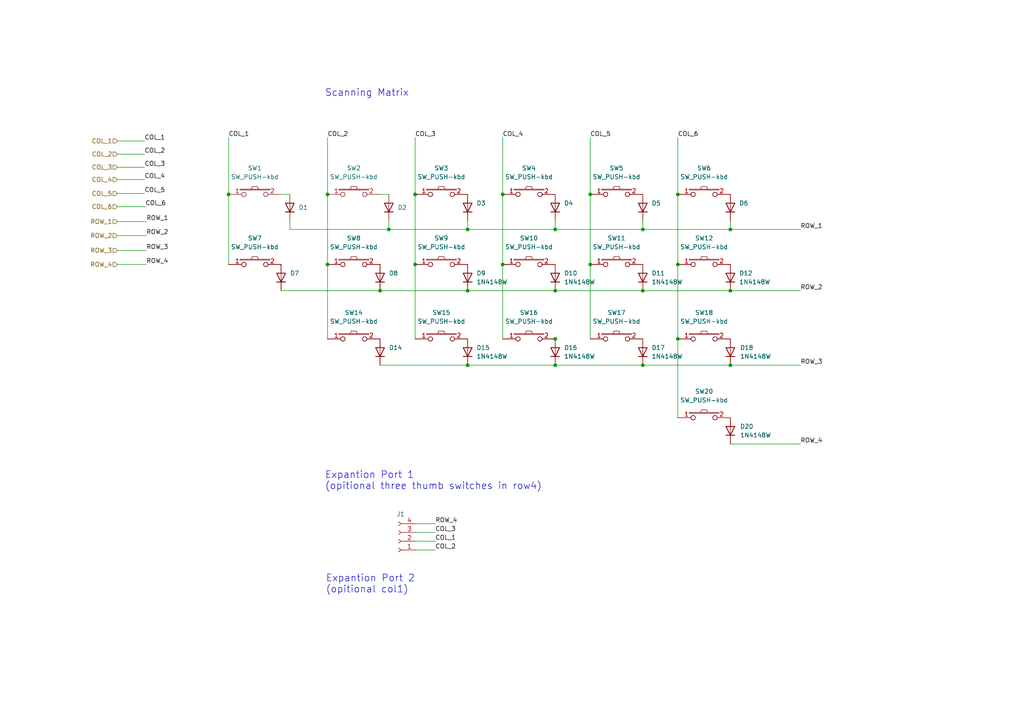
<source format=kicad_sch>
(kicad_sch (version 20211123) (generator eeschema)
  (paper "A4")
  (lib_symbols
    (symbol "Connector:Conn_01x04_Female" (pin_names (offset 1.016) hide)
      (property "Reference" "J" (at 0 5.08 0))
      (property "Value" "Conn_01x04_Female" (at 0 -7.62 0))
      (symbol "Conn_01x04_Female_1_1"
        (arc (start 0 -4.572) (mid -0.508 -5.08) (end 0 -5.588) (stroke (width 0.1524)))
        (arc (start 0 -2.032) (mid -0.508 -2.54) (end 0 -3.048) (stroke (width 0.1524)))
        (polyline (pts (xy -1.27 -5.08) (xy -0.508 -5.08)) (stroke (width 0.1524)))
        (polyline (pts (xy -1.27 -2.54) (xy -0.508 -2.54)) (stroke (width 0.1524)))
        (polyline (pts (xy -1.27 0) (xy -0.508 0)) (stroke (width 0.1524)))
        (polyline (pts (xy -1.27 2.54) (xy -0.508 2.54)) (stroke (width 0.1524)))
        (arc (start 0 0.508) (mid -0.508 0) (end 0 -0.508) (stroke (width 0.1524)))
        (arc (start 0 3.048) (mid -0.508 2.54) (end 0 2.032) (stroke (width 0.1524)))
        (pin passive line (at -5.08 2.54 0) (length 3.81) (name "Pin_1") (number "1"))
        (pin passive line (at -5.08 0 0) (length 3.81) (name "Pin_2") (number "2"))
        (pin passive line (at -5.08 -2.54 0) (length 3.81) (name "Pin_3") (number "3"))
        (pin passive line (at -5.08 -5.08 0) (length 3.81) (name "Pin_4") (number "4"))
      )
    )
    (symbol "mysymbol:1N4148W" (pin_numbers hide) (pin_names (offset 1.016) hide)
      (property "Reference" "D?" (at 2.54 1.2701 90))
      (symbol "1N4148W_0_1"
        (polyline (pts (xy -1.27 1.27) (xy -1.27 -1.27)) (stroke (width 0.254)))
        (polyline (pts (xy 1.27 0) (xy -1.27 0)))
        (polyline (pts (xy 1.27 1.27) (xy 1.27 -1.27) (xy -1.27 0) (xy 1.27 1.27)) (stroke (width 0.254)))
      )
      (symbol "1N4148W_1_1"
        (pin passive line (at -3.81 0 0) (length 2.54) (name "K") (number "1"))
        (pin passive line (at 3.81 0 180) (length 2.54) (name "A") (number "2"))
      )
    )
    (symbol "mysymbol:SW_PUSH-kbd" (pin_names (offset 1.016) hide)
      (property "Reference" "SW1" (at 3.81 2.794 0))
      (symbol "SW_PUSH-kbd_0_1"
        (rectangle (start -4.318 1.27) (end 4.318 1.524))
        (polyline (pts (xy -1.016 1.524) (xy -0.762 2.286) (xy 0.762 2.286) (xy 1.016 1.524)))
        (pin passive inverted (at -7.62 0 0) (length 5.08) (name "1") (number "1"))
        (pin passive inverted (at 7.62 0 180) (length 5.08) (name "2") (number "2"))
      )
    )
  )
  (junction (at 135.636 66.548))
  (junction (at 94.996 56.388))
  (junction (at 196.596 76.708))
  (junction (at 112.776 66.548))
  (junction (at 145.796 56.388))
  (junction (at 211.836 105.918))
  (junction (at 161.036 98.298))
  (junction (at 171.196 56.388))
  (junction (at 120.396 56.388))
  (junction (at 120.396 76.708))
  (junction (at 135.636 84.328))
  (junction (at 135.636 105.918))
  (junction (at 171.196 76.708))
  (junction (at 196.596 98.298))
  (junction (at 94.996 76.708))
  (junction (at 211.836 66.548))
  (junction (at 211.836 84.328))
  (junction (at 161.036 84.328))
  (junction (at 66.294 56.388))
  (junction (at 161.036 105.918))
  (junction (at 145.796 76.708))
  (junction (at 186.436 105.918))
  (junction (at 186.436 66.548))
  (junction (at 110.236 84.328))
  (junction (at 186.436 84.328))
  (junction (at 161.036 66.548))
  (junction (at 196.596 56.388))
  (wire (pts (xy 120.396 76.708) (xy 120.396 98.298)))
  (wire (pts (xy 145.796 76.708) (xy 145.796 98.298)))
  (wire (pts (xy 161.036 105.918) (xy 186.436 105.918)))
  (wire (pts (xy 81.534 84.328) (xy 110.236 84.328)))
  (wire (pts (xy 135.636 84.328) (xy 161.036 84.328)))
  (wire (pts (xy 186.436 66.548) (xy 211.836 66.548)))
  (wire (pts (xy 94.996 56.388) (xy 94.996 76.708)))
  (wire (pts (xy 110.236 84.328) (xy 135.636 84.328)))
  (wire (pts (xy 211.836 64.008) (xy 211.836 66.548)))
  (wire (pts (xy 211.836 66.548) (xy 232.156 66.548)))
  (wire (pts (xy 161.036 64.008) (xy 161.036 66.548)))
  (wire (pts (xy 161.036 84.328) (xy 186.436 84.328)))
  (wire (pts (xy 34.036 44.704) (xy 41.91 44.704)))
  (wire (pts (xy 34.036 68.326) (xy 42.418 68.326)))
  (wire (pts (xy 120.65 159.512) (xy 126.238 159.512)))
  (wire (pts (xy 34.036 64.262) (xy 42.418 64.262)))
  (wire (pts (xy 211.836 128.778) (xy 232.156 128.778)))
  (wire (pts (xy 211.836 105.918) (xy 232.156 105.918)))
  (wire (pts (xy 211.836 84.328) (xy 232.156 84.328)))
  (wire (pts (xy 94.996 39.878) (xy 94.996 56.388)))
  (wire (pts (xy 34.036 48.514) (xy 41.91 48.514)))
  (wire (pts (xy 120.396 56.388) (xy 120.396 76.708)))
  (wire (pts (xy 186.436 105.918) (xy 211.836 105.918)))
  (wire (pts (xy 161.036 66.548) (xy 186.436 66.548)))
  (wire (pts (xy 196.596 39.878) (xy 196.596 56.388)))
  (wire (pts (xy 110.236 56.388) (xy 112.776 56.388)))
  (wire (pts (xy 145.796 56.388) (xy 145.796 76.708)))
  (wire (pts (xy 196.596 56.388) (xy 196.596 76.708)))
  (wire (pts (xy 196.596 76.708) (xy 196.596 98.298)))
  (wire (pts (xy 135.636 105.918) (xy 161.036 105.918)))
  (wire (pts (xy 171.196 76.708) (xy 171.196 98.298)))
  (wire (pts (xy 110.236 105.918) (xy 135.636 105.918)))
  (wire (pts (xy 66.294 39.878) (xy 66.294 56.388)))
  (wire (pts (xy 84.074 64.008) (xy 84.074 66.548)))
  (wire (pts (xy 34.036 40.894) (xy 41.91 40.894)))
  (wire (pts (xy 120.65 151.892) (xy 126.238 151.892)))
  (wire (pts (xy 34.036 76.708) (xy 42.418 76.708)))
  (wire (pts (xy 81.534 56.388) (xy 84.074 56.388)))
  (wire (pts (xy 84.074 66.548) (xy 112.776 66.548)))
  (wire (pts (xy 34.036 56.134) (xy 41.91 56.134)))
  (wire (pts (xy 186.436 64.008) (xy 186.436 66.548)))
  (wire (pts (xy 159.766 98.298) (xy 161.036 98.298)))
  (wire (pts (xy 34.036 59.944) (xy 42.164 59.944)))
  (wire (pts (xy 34.036 52.07) (xy 41.91 52.07)))
  (wire (pts (xy 120.65 156.972) (xy 126.238 156.972)))
  (wire (pts (xy 94.996 76.708) (xy 94.996 98.298)))
  (wire (pts (xy 186.436 84.328) (xy 211.836 84.328)))
  (wire (pts (xy 112.776 64.008) (xy 112.776 66.548)))
  (wire (pts (xy 196.596 98.298) (xy 196.596 121.158)))
  (wire (pts (xy 145.796 39.878) (xy 145.796 56.388)))
  (wire (pts (xy 66.294 56.388) (xy 66.294 76.708)))
  (wire (pts (xy 112.776 66.548) (xy 135.636 66.548)))
  (wire (pts (xy 171.196 56.388) (xy 171.196 76.708)))
  (wire (pts (xy 34.036 72.644) (xy 42.418 72.644)))
  (wire (pts (xy 135.636 66.548) (xy 161.036 66.548)))
  (wire (pts (xy 120.65 154.432) (xy 126.238 154.432)))
  (wire (pts (xy 120.396 39.878) (xy 120.396 56.388)))
  (wire (pts (xy 171.196 39.878) (xy 171.196 56.388)))
  (wire (pts (xy 135.636 64.008) (xy 135.636 66.548)))
  (text "Scanning Matrix" (at 94.234 28.194 0) (effects (font (size 2 2)) (justify left bottom)))
  (text "Expantion Port 2\n(opitional col1)" (at 94.488 172.212 0) (effects (font (size 2 2)) (justify left bottom)))
  (text "Expantion Port 1\n(opitional three thumb switches in row4)" (at 94.234 142.24 0) (effects (font (size 2 2)) (justify left bottom)))
  (label "COL_2" (at 94.996 39.878 0))
  (label "COL_1" (at 126.238 156.972 0))
  (label "ROW_3" (at 42.418 72.644 0))
  (label "COL_2" (at 41.91 44.704 0))
  (label "COL_6" (at 196.596 39.878 0))
  (label "ROW_3" (at 232.156 105.918 0))
  (label "ROW_1" (at 42.418 64.262 0))
  (label "COL_5" (at 171.196 39.878 0))
  (label "ROW_4" (at 42.418 76.708 0))
  (label "COL_4" (at 145.796 39.878 0))
  (label "COL_3" (at 120.396 39.878 0))
  (label "ROW_2" (at 232.156 84.328 0))
  (label "COL_1" (at 41.91 40.894 0))
  (label "COL_4" (at 41.91 52.07 0))
  (label "COL_2" (at 126.238 159.512 0))
  (label "COL_6" (at 42.164 59.944 0))
  (label "ROW_4" (at 126.238 151.892 0))
  (label "COL_3" (at 126.238 154.432 0))
  (label "ROW_1" (at 232.156 66.548 0))
  (label "COL_3" (at 41.91 48.514 0))
  (label "ROW_4" (at 232.156 128.778 0))
  (label "COL_1" (at 66.294 39.878 0))
  (label "ROW_2" (at 42.418 68.326 0))
  (label "COL_5" (at 41.91 56.134 0))
  (hierarchical_label "COL_2" (shape input) (at 34.036 44.704 180))
  (hierarchical_label "ROW_3" (shape input) (at 34.036 72.644 180))
  (hierarchical_label "COL_5" (shape input) (at 34.036 56.134 180))
  (hierarchical_label "ROW_2" (shape input) (at 34.036 68.326 180))
  (hierarchical_label "COL_4" (shape input) (at 34.036 52.07 180))
  (hierarchical_label "COL_6" (shape input) (at 34.036 59.944 180))
  (hierarchical_label "COL_1" (shape input) (at 34.036 40.894 180))
  (hierarchical_label "ROW_4" (shape input) (at 34.036 76.708 180))
  (hierarchical_label "ROW_1" (shape input) (at 34.036 64.262 180))
  (hierarchical_label "COL_3" (shape input) (at 34.036 48.514 180))
  (symbol (lib_id "mysymbol:SW_PUSH-kbd") (at 204.216 76.708 0) (unit 1)
    (property "Reference" "SW12" (at 204.216 69.088 0))
    (property "Value" "SW_PUSH-kbd" (at 204.216 71.628 0))
    (property "Footprint" "mylib:Kailh_Choc_Hotplug" (effects hide))
  )
  (symbol (lib_id "mysymbol:1N4148W") (at 161.036 80.518 90) (unit 1)
    (property "Reference" "D10" (at 163.576 79.2479 90) (effects (justify right)))
    (property "Value" "1N4148W" (at 163.576 81.7879 90) (effects (justify right)))
    (property "Footprint" "mylib:Diode" (effects hide))
    (property "Datasheet" "https://www.vishay.com/docs/85748/1n4148w.pdf" (effects hide))
  )
  (symbol (lib_id "mysymbol:SW_PUSH-kbd") (at 128.016 56.388 0) (unit 1)
    (property "Reference" "SW3" (at 128.016 48.768 0))
    (property "Value" "SW_PUSH-kbd" (at 128.016 51.308 0))
    (property "Footprint" "mylib:Kailh_Choc_Hotplug" (effects hide))
  )
  (symbol (lib_id "mysymbol:SW_PUSH-kbd") (at 128.016 76.708 0) (unit 1)
    (property "Reference" "SW9" (at 128.016 69.088 0))
    (property "Value" "SW_PUSH-kbd" (at 128.016 71.628 0))
    (property "Footprint" "mylib:Kailh_Choc_Hotplug" (effects hide))
  )
  (symbol (lib_id "mysymbol:SW_PUSH-kbd") (at 204.216 98.298 0) (unit 1)
    (property "Reference" "SW18" (at 204.216 90.678 0))
    (property "Value" "SW_PUSH-kbd" (at 204.216 93.218 0))
    (property "Footprint" "mylib:Kailh_Choc_Hotplug" (effects hide))
  )
  (symbol (lib_id "mysymbol:1N4148W") (at 161.036 102.108 90) (unit 1)
    (property "Reference" "D16" (at 163.576 100.8379 90) (effects (justify right)))
    (property "Value" "1N4148W" (at 163.576 103.3779 90) (effects (justify right)))
    (property "Footprint" "mylib:Diode" (effects hide))
    (property "Datasheet" "https://www.vishay.com/docs/85748/1n4148w.pdf" (effects hide))
  )
  (symbol (lib_id "Connector:Conn_01x04_Female") (at 115.57 156.972 180) (unit 1) (in_bom no)
    (property "Reference" "J1" (at 116.205 149.098 0))
    (property "Value" "expantion1" (effects hide))
    (property "Footprint" "mylib:Magnetic-PogoPin-1x04-Female" (effects hide))
  )
  (symbol (lib_id "mysymbol:SW_PUSH-kbd") (at 204.216 121.158 0) (unit 1)
    (property "Reference" "SW20" (at 204.216 113.538 0))
    (property "Value" "SW_PUSH-kbd" (at 204.216 116.078 0))
    (property "Footprint" "mylib:Kailh_Choc_Hotplug" (effects hide))
  )
  (symbol (lib_id "mysymbol:1N4148W") (at 211.836 124.968 90) (unit 1)
    (property "Reference" "D20" (at 214.63 123.6979 90) (effects (justify right)))
    (property "Value" "1N4148W" (at 214.63 126.2379 90) (effects (justify right)))
    (property "Footprint" "mylib:Diode" (effects hide))
    (property "Datasheet" "https://www.vishay.com/docs/85748/1n4148w.pdf" (effects hide))
  )
  (symbol (lib_id "mysymbol:1N4148W") (at 84.074 60.198 90) (unit 1)
    (property "Reference" "D1" (at 86.614 60.1979 90) (effects (justify right)))
    (property "Value" "1N4148W" (effects hide))
    (property "Footprint" "mylib:Diode" (effects hide))
    (property "Datasheet" "https://www.vishay.com/docs/85748/1n4148w.pdf" (effects hide))
  )
  (symbol (lib_id "mysymbol:SW_PUSH-kbd") (at 153.416 76.708 0) (unit 1)
    (property "Reference" "SW10" (at 153.416 69.088 0))
    (property "Value" "SW_PUSH-kbd" (at 153.416 71.628 0))
    (property "Footprint" "mylib:Kailh_Choc_Hotplug" (effects hide))
  )
  (symbol (lib_id "mysymbol:SW_PUSH-kbd") (at 102.616 98.298 0) (unit 1)
    (property "Reference" "SW14" (at 102.616 90.678 0))
    (property "Value" "SW_PUSH-kbd" (at 102.616 93.218 0))
    (property "Footprint" "mylib:Kailh_Choc_Hotplug" (effects hide))
  )
  (symbol (lib_id "mysymbol:SW_PUSH-kbd") (at 178.816 56.388 0) (unit 1)
    (property "Reference" "SW5" (at 178.816 48.768 0))
    (property "Value" "SW_PUSH-kbd" (at 178.816 51.308 0))
    (property "Footprint" "mylib:Kailh_Choc_Hotplug" (effects hide))
  )
  (symbol (lib_id "mysymbol:1N4148W") (at 186.436 80.518 90) (unit 1)
    (property "Reference" "D11" (at 188.976 79.2479 90) (effects (justify right)))
    (property "Value" "1N4148W" (at 188.976 81.7879 90) (effects (justify right)))
    (property "Footprint" "mylib:Diode" (effects hide))
    (property "Datasheet" "https://www.vishay.com/docs/85748/1n4148w.pdf" (effects hide))
  )
  (symbol (lib_id "mysymbol:1N4148W") (at 135.636 102.108 90) (unit 1)
    (property "Reference" "D15" (at 138.176 100.8379 90) (effects (justify right)))
    (property "Value" "1N4148W" (at 138.176 103.3779 90) (effects (justify right)))
    (property "Footprint" "mylib:Diode" (effects hide))
    (property "Datasheet" "https://www.vishay.com/docs/85748/1n4148w.pdf" (effects hide))
  )
  (symbol (lib_id "mysymbol:1N4148W") (at 110.236 102.108 90) (unit 1)
    (property "Reference" "D14" (at 112.776 100.8379 90) (effects (justify right)))
    (property "Value" "1N4148W" (effects hide))
    (property "Footprint" "mylib:Diode" (effects hide))
    (property "Datasheet" "https://www.vishay.com/docs/85748/1n4148w.pdf" (effects hide))
  )
  (symbol (lib_id "mysymbol:1N4148W") (at 81.534 80.518 90) (unit 1)
    (property "Reference" "D7" (at 84.074 79.2479 90) (effects (justify right)))
    (property "Value" "1N4148W" (effects hide))
    (property "Footprint" "mylib:Diode" (effects hide))
    (property "Datasheet" "https://www.vishay.com/docs/85748/1n4148w.pdf" (effects hide))
  )
  (symbol (lib_id "mysymbol:1N4148W") (at 110.236 80.518 90) (unit 1)
    (property "Reference" "D8" (at 112.776 79.2479 90) (effects (justify right)))
    (property "Value" "1N4148W" (effects hide))
    (property "Footprint" "mylib:Diode" (effects hide))
    (property "Datasheet" "https://www.vishay.com/docs/85748/1n4148w.pdf" (effects hide))
  )
  (symbol (lib_id "mysymbol:SW_PUSH-kbd") (at 153.416 56.388 0) (unit 1)
    (property "Reference" "SW4" (at 153.416 48.768 0))
    (property "Value" "SW_PUSH-kbd" (at 153.416 51.308 0))
    (property "Footprint" "mylib:Kailh_Choc_Hotplug" (effects hide))
  )
  (symbol (lib_id "mysymbol:SW_PUSH-kbd") (at 204.216 56.388 0) (unit 1)
    (property "Reference" "SW6" (at 204.216 48.768 0))
    (property "Value" "SW_PUSH-kbd" (at 204.216 51.308 0))
    (property "Footprint" "mylib:Kailh_Choc_Hotplug" (effects hide))
  )
  (symbol (lib_id "mysymbol:1N4148W") (at 161.036 60.198 90) (unit 1)
    (property "Reference" "D4" (at 163.576 58.9279 90) (effects (justify right)))
    (property "Value" "1N4148W" (effects hide))
    (property "Footprint" "mylib:Diode" (effects hide))
    (property "Datasheet" "https://www.vishay.com/docs/85748/1n4148w.pdf" (effects hide))
  )
  (symbol (lib_id "mysymbol:1N4148W") (at 112.776 60.198 90) (unit 1)
    (property "Reference" "D2" (at 115.316 60.1979 90) (effects (justify right)))
    (property "Value" "1N4148W" (effects hide))
    (property "Footprint" "mylib:Diode" (effects hide))
    (property "Datasheet" "https://www.vishay.com/docs/85748/1n4148w.pdf" (effects hide))
  )
  (symbol (lib_id "mysymbol:1N4148W") (at 135.636 60.198 90) (unit 1)
    (property "Reference" "D3" (at 138.176 58.9279 90) (effects (justify right)))
    (property "Value" "1N4148W" (effects hide))
    (property "Footprint" "mylib:Diode" (effects hide))
    (property "Datasheet" "https://www.vishay.com/docs/85748/1n4148w.pdf" (effects hide))
  )
  (symbol (lib_id "mysymbol:SW_PUSH-kbd") (at 128.016 98.298 0) (unit 1)
    (property "Reference" "SW15" (at 128.016 90.678 0))
    (property "Value" "SW_PUSH-kbd" (at 128.016 93.218 0))
    (property "Footprint" "mylib:Kailh_Choc_Hotplug" (effects hide))
  )
  (symbol (lib_id "mysymbol:1N4148W") (at 186.436 102.108 90) (unit 1)
    (property "Reference" "D17" (at 188.976 100.8379 90) (effects (justify right)))
    (property "Value" "1N4148W" (at 188.976 103.3779 90) (effects (justify right)))
    (property "Footprint" "mylib:Diode" (effects hide))
    (property "Datasheet" "https://www.vishay.com/docs/85748/1n4148w.pdf" (effects hide))
  )
  (symbol (lib_id "mysymbol:SW_PUSH-kbd") (at 153.416 98.298 0) (unit 1)
    (property "Reference" "SW16" (at 153.416 90.678 0))
    (property "Value" "SW_PUSH-kbd" (at 153.416 93.218 0))
    (property "Footprint" "mylib:Kailh_Choc_Hotplug" (effects hide))
  )
  (symbol (lib_id "mysymbol:SW_PUSH-kbd") (at 102.616 56.388 0) (unit 1)
    (property "Reference" "SW2" (at 102.616 48.768 0))
    (property "Value" "SW_PUSH-kbd" (at 102.616 51.308 0))
    (property "Footprint" "mylib:Kailh_Choc_Hotplug" (effects hide))
  )
  (symbol (lib_id "mysymbol:SW_PUSH-kbd") (at 102.616 76.708 0) (unit 1)
    (property "Reference" "SW8" (at 102.616 69.088 0))
    (property "Value" "SW_PUSH-kbd" (at 102.616 71.628 0))
    (property "Footprint" "mylib:Kailh_Choc_Hotplug" (effects hide))
  )
  (symbol (lib_id "mysymbol:SW_PUSH-kbd") (at 178.816 76.708 0) (unit 1)
    (property "Reference" "SW11" (at 178.816 69.088 0))
    (property "Value" "SW_PUSH-kbd" (at 178.816 71.628 0))
    (property "Footprint" "mylib:Kailh_Choc_Hotplug" (effects hide))
  )
  (symbol (lib_id "mysymbol:1N4148W") (at 211.836 80.518 90) (unit 1)
    (property "Reference" "D12" (at 214.376 79.2479 90) (effects (justify right)))
    (property "Value" "1N4148W" (at 214.376 81.7879 90) (effects (justify right)))
    (property "Footprint" "mylib:Diode" (effects hide))
    (property "Datasheet" "https://www.vishay.com/docs/85748/1n4148w.pdf" (effects hide))
  )
  (symbol (lib_id "mysymbol:1N4148W") (at 135.636 80.518 90) (unit 1)
    (property "Reference" "D9" (at 138.176 79.2479 90) (effects (justify right)))
    (property "Value" "1N4148W" (at 138.176 81.7879 90) (effects (justify right)))
    (property "Footprint" "mylib:Diode" (effects hide))
    (property "Datasheet" "https://www.vishay.com/docs/85748/1n4148w.pdf" (effects hide))
  )
  (symbol (lib_id "mysymbol:SW_PUSH-kbd") (at 73.914 76.708 0) (unit 1)
    (property "Reference" "SW7" (at 73.914 69.088 0))
    (property "Value" "SW_PUSH-kbd" (at 73.914 71.628 0))
    (property "Footprint" "mylib:Kailh_Choc_Hotplug" (effects hide))
  )
  (symbol (lib_id "mysymbol:SW_PUSH-kbd") (at 73.914 56.388 0) (unit 1)
    (property "Reference" "SW1" (at 73.914 48.768 0))
    (property "Value" "SW_PUSH-kbd" (at 73.914 51.308 0))
    (property "Footprint" "mylib:Kailh_Choc_Hotplug" (effects hide))
  )
  (symbol (lib_id "mysymbol:1N4148W") (at 186.436 60.198 90) (unit 1)
    (property "Reference" "D5" (at 188.976 58.9279 90) (effects (justify right)))
    (property "Value" "1N4148W" (effects hide))
    (property "Footprint" "mylib:Diode" (effects hide))
    (property "Datasheet" "https://www.vishay.com/docs/85748/1n4148w.pdf" (effects hide))
  )
  (symbol (lib_id "mysymbol:SW_PUSH-kbd") (at 178.816 98.298 0) (unit 1)
    (property "Reference" "SW17" (at 178.816 90.678 0))
    (property "Value" "SW_PUSH-kbd" (at 178.816 93.218 0))
    (property "Footprint" "mylib:Kailh_Choc_Hotplug" (effects hide))
  )
  (symbol (lib_id "mysymbol:1N4148W") (at 211.836 102.108 90) (unit 1)
    (property "Reference" "D18" (at 214.63 100.8379 90) (effects (justify right)))
    (property "Value" "1N4148W" (at 214.63 103.3779 90) (effects (justify right)))
    (property "Footprint" "mylib:Diode" (effects hide))
    (property "Datasheet" "https://www.vishay.com/docs/85748/1n4148w.pdf" (effects hide))
  )
  (symbol (lib_id "mysymbol:1N4148W") (at 211.836 60.198 90) (unit 1)
    (property "Reference" "D6" (at 214.376 58.9279 90) (effects (justify right)))
    (property "Value" "1N4148W" (effects hide))
    (property "Footprint" "mylib:Diode" (effects hide))
    (property "Datasheet" "https://www.vishay.com/docs/85748/1n4148w.pdf" (effects hide))
  )
)
</source>
